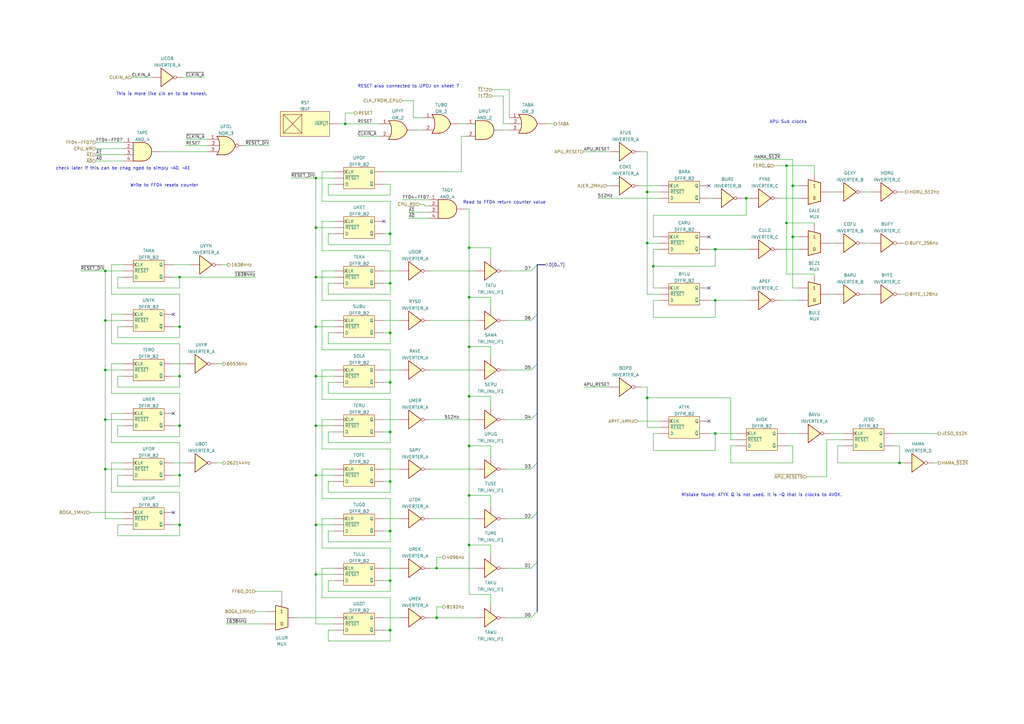
<source format=kicad_sch>
(kicad_sch (version 20211123) (generator eeschema)
  (paper "A3")
  (title_block (title "DMG CPU B") (date "2022-03-01") (rev "0") (company "CC-BY-SA-4.0 Régis Galland & Michael Singer -- Derived work from Furrtek") (comment 1 "https://github.com/msinger/dmg-schematics"))
  (junction (at 129.54 133.985))
  (junction (at 267.97 109.22))
  (junction (at 192.405 101.6))
  (junction (at 160.02 177.165))
  (junction (at 141.605 50.8))
  (junction (at 43.18 172.085))
  (junction (at 322.58 67.945))
  (junction (at 43.18 111.125))
  (junction (at 73.66 133.985))
  (junction (at 265.43 78.74))
  (junction (at 306.07 81.28))
  (junction (at 192.405 121.92))
  (junction (at 43.18 192.405))
  (junction (at 160.02 156.845))
  (junction (at 73.66 154.305))
  (junction (at 129.54 194.945))
  (junction (at 160.02 116.205))
  (junction (at 129.54 93.345))
  (junction (at 179.07 253.365))
  (junction (at 129.54 113.665))
  (junction (at 160.02 197.485))
  (junction (at 160.02 238.125))
  (junction (at 129.54 174.625))
  (junction (at 293.37 123.19))
  (junction (at 179.07 233.045))
  (junction (at 293.37 102.235))
  (junction (at 73.66 174.625))
  (junction (at 73.66 194.945))
  (junction (at 43.18 151.765))
  (junction (at 265.43 163.195))
  (junction (at 73.66 215.265))
  (junction (at 160.02 95.885))
  (junction (at 192.405 162.56))
  (junction (at 43.18 131.445))
  (junction (at 73.66 113.665))
  (junction (at 129.54 235.585))
  (junction (at 192.405 142.24))
  (junction (at 129.54 215.265))
  (junction (at 322.58 91.44))
  (junction (at 192.405 182.88))
  (junction (at 325.12 76.2))
  (junction (at 265.43 99.695))
  (junction (at 293.37 177.8))
  (junction (at 192.405 223.52))
  (junction (at 129.54 154.305))
  (junction (at 368.935 189.865))
  (junction (at 160.02 258.445))
  (junction (at 129.54 73.025))
  (junction (at 192.405 203.2))
  (junction (at 160.02 136.525))
  (junction (at 325.12 97.155))
  (junction (at 160.02 217.805))
  (no_connect (at 290.83 76.2))
  (no_connect (at 71.12 128.905))
  (no_connect (at 71.12 210.185))
  (no_connect (at 290.83 97.155))
  (no_connect (at 290.83 118.11))
  (no_connect (at 71.12 169.545))
  (no_connect (at 290.83 172.72))
  (no_connect (at 157.48 90.805))
  (bus_entry (at 217.805 172.085) (size 2.54 -2.54))
  (bus_entry (at 217.805 111.125) (size 2.54 -2.54))
  (bus_entry (at 217.805 192.405) (size 2.54 -2.54))
  (bus_entry (at 217.805 233.045) (size 2.54 -2.54))
  (bus_entry (at 217.805 131.445) (size 2.54 -2.54))
  (bus_entry (at 217.805 212.725) (size 2.54 -2.54))
  (bus_entry (at 217.805 253.365) (size 2.54 -2.54))
  (bus_entry (at 217.805 151.765) (size 2.54 -2.54))
  (wire (pts (xy 207.645 233.045) (xy 217.805 233.045)))
  (wire (pts (xy 201.295 106.045) (xy 201.295 101.6)))
  (wire (pts (xy 129.54 174.625) (xy 137.16 174.625)))
  (wire (pts (xy 160.02 217.805) (xy 157.48 217.805)))
  (wire (pts (xy 160.02 177.165) (xy 157.48 177.165)))
  (wire (pts (xy 265.43 78.74) (xy 265.43 99.695)))
  (wire (pts (xy 45.72 108.585) (xy 45.72 120.65)))
  (wire (pts (xy 201.93 39.37) (xy 206.375 39.37)))
  (wire (pts (xy 73.66 154.305) (xy 71.12 154.305)))
  (wire (pts (xy 71.12 108.585) (xy 78.105 108.585)))
  (wire (pts (xy 176.53 131.445) (xy 194.945 131.445)))
  (wire (pts (xy 45.72 128.905) (xy 45.72 140.97)))
  (wire (pts (xy 262.89 158.75) (xy 265.43 158.75)))
  (wire (pts (xy 134.62 197.485) (xy 137.16 197.485)))
  (wire (pts (xy 132.08 123.19) (xy 160.02 123.19)))
  (wire (pts (xy 132.08 212.725) (xy 137.16 212.725)))
  (wire (pts (xy 73.66 179.07) (xy 73.66 174.625)))
  (wire (pts (xy 39.37 66.04) (xy 50.8 66.04)))
  (wire (pts (xy 179.07 228.6) (xy 179.07 233.045)))
  (wire (pts (xy 325.12 76.2) (xy 327.66 76.2)))
  (wire (pts (xy 129.54 93.345) (xy 137.16 93.345)))
  (wire (pts (xy 43.18 131.445) (xy 50.8 131.445)))
  (wire (pts (xy 39.37 63.5) (xy 50.8 63.5)))
  (wire (pts (xy 73.66 174.625) (xy 71.12 174.625)))
  (wire (pts (xy 129.54 73.025) (xy 129.54 93.345)))
  (wire (pts (xy 121.92 253.365) (xy 137.16 253.365)))
  (wire (pts (xy 239.395 62.23) (xy 250.19 62.23)))
  (wire (pts (xy 160.02 143.51) (xy 160.02 156.845)))
  (wire (pts (xy 176.53 212.725) (xy 194.945 212.725)))
  (wire (pts (xy 134.62 100.33) (xy 160.02 100.33)))
  (wire (pts (xy 206.375 53.34) (xy 208.915 53.34)))
  (wire (pts (xy 157.48 192.405) (xy 163.83 192.405)))
  (wire (pts (xy 45.72 149.225) (xy 45.72 161.29)))
  (wire (pts (xy 354.965 78.74) (xy 357.505 78.74)))
  (wire (pts (xy 201.295 142.24) (xy 192.405 142.24)))
  (bus (pts (xy 220.345 108.585) (xy 223.52 108.585)))
  (wire (pts (xy 192.405 142.24) (xy 192.405 162.56)))
  (wire (pts (xy 245.11 81.28) (xy 270.51 81.28)))
  (wire (pts (xy 45.72 189.865) (xy 45.72 201.93)))
  (wire (pts (xy 110.49 59.69) (xy 100.33 59.69)))
  (wire (pts (xy 179.07 248.92) (xy 179.07 253.365)))
  (wire (pts (xy 354.965 99.695) (xy 357.505 99.695)))
  (wire (pts (xy 160.02 242.57) (xy 160.02 238.125)))
  (wire (pts (xy 207.645 151.765) (xy 217.805 151.765)))
  (wire (pts (xy 160.02 181.61) (xy 160.02 177.165)))
  (wire (pts (xy 192.405 203.2) (xy 192.405 223.52)))
  (wire (pts (xy 370.205 99.695) (xy 371.475 99.695)))
  (wire (pts (xy 334.01 71.12) (xy 334.01 67.945)))
  (wire (pts (xy 293.37 123.19) (xy 307.34 123.19)))
  (wire (pts (xy 299.72 163.195) (xy 265.43 163.195)))
  (wire (pts (xy 141.605 46.355) (xy 145.415 46.355)))
  (wire (pts (xy 366.395 182.88) (xy 368.935 182.88)))
  (wire (pts (xy 45.72 128.905) (xy 50.8 128.905)))
  (bus (pts (xy 220.345 210.185) (xy 220.345 189.865)))
  (wire (pts (xy 157.48 111.125) (xy 163.83 111.125)))
  (wire (pts (xy 132.08 184.15) (xy 160.02 184.15)))
  (wire (pts (xy 176.53 192.405) (xy 194.945 192.405)))
  (wire (pts (xy 134.62 181.61) (xy 160.02 181.61)))
  (wire (pts (xy 173.99 83.82) (xy 173.99 84.455)))
  (wire (pts (xy 132.08 151.765) (xy 132.08 163.83)))
  (wire (pts (xy 48.26 113.665) (xy 48.26 118.11)))
  (wire (pts (xy 208.915 50.8) (xy 206.375 50.8)))
  (wire (pts (xy 73.66 120.65) (xy 73.66 133.985)))
  (wire (pts (xy 299.72 180.34) (xy 299.72 163.195)))
  (wire (pts (xy 129.54 215.265) (xy 129.54 235.585)))
  (wire (pts (xy 290.83 102.235) (xy 293.37 102.235)))
  (wire (pts (xy 208.915 48.26) (xy 208.915 36.83)))
  (wire (pts (xy 88.9 149.225) (xy 91.44 149.225)))
  (wire (pts (xy 45.72 120.65) (xy 73.66 120.65)))
  (wire (pts (xy 325.12 97.155) (xy 327.66 97.155)))
  (wire (pts (xy 265.43 99.695) (xy 270.51 99.695)))
  (wire (pts (xy 73.66 199.39) (xy 73.66 194.945)))
  (wire (pts (xy 207.645 212.725) (xy 217.805 212.725)))
  (wire (pts (xy 132.08 82.55) (xy 160.02 82.55)))
  (wire (pts (xy 160.02 224.79) (xy 160.02 238.125)))
  (wire (pts (xy 157.48 70.485) (xy 189.23 70.485)))
  (wire (pts (xy 160.02 120.65) (xy 160.02 116.205)))
  (wire (pts (xy 73.66 133.985) (xy 71.12 133.985)))
  (wire (pts (xy 293.37 102.235) (xy 307.34 102.235)))
  (wire (pts (xy 192.405 223.52) (xy 192.405 243.84)))
  (wire (pts (xy 201.295 121.92) (xy 192.405 121.92)))
  (wire (pts (xy 322.58 91.44) (xy 322.58 112.395)))
  (wire (pts (xy 207.645 111.125) (xy 217.805 111.125)))
  (wire (pts (xy 137.16 177.165) (xy 134.62 177.165)))
  (wire (pts (xy 192.405 162.56) (xy 192.405 182.88)))
  (wire (pts (xy 165.1 41.275) (xy 169.545 41.275)))
  (wire (pts (xy 173.99 84.455) (xy 175.895 84.455)))
  (wire (pts (xy 129.54 113.665) (xy 137.16 113.665)))
  (wire (pts (xy 206.375 50.8) (xy 206.375 39.37)))
  (wire (pts (xy 322.58 67.945) (xy 322.58 91.44)))
  (wire (pts (xy 267.97 177.8) (xy 270.51 177.8)))
  (wire (pts (xy 134.62 262.89) (xy 160.02 262.89)))
  (wire (pts (xy 50.8 215.265) (xy 48.26 215.265)))
  (wire (pts (xy 192.405 85.725) (xy 192.405 101.6)))
  (wire (pts (xy 132.08 131.445) (xy 137.16 131.445)))
  (wire (pts (xy 129.54 154.305) (xy 129.54 174.625)))
  (wire (pts (xy 137.16 258.445) (xy 134.62 258.445)))
  (bus (pts (xy 220.345 250.825) (xy 220.345 230.505)))
  (wire (pts (xy 45.72 181.61) (xy 73.66 181.61)))
  (wire (pts (xy 137.16 172.085) (xy 132.08 172.085)))
  (wire (pts (xy 261.62 172.72) (xy 270.51 172.72)))
  (wire (pts (xy 48.26 154.305) (xy 48.26 158.75)))
  (wire (pts (xy 129.54 73.025) (xy 137.16 73.025)))
  (wire (pts (xy 157.48 233.045) (xy 163.83 233.045)))
  (wire (pts (xy 157.48 151.765) (xy 163.83 151.765)))
  (wire (pts (xy 141.605 50.8) (xy 155.575 50.8)))
  (wire (pts (xy 265.43 158.75) (xy 265.43 163.195)))
  (wire (pts (xy 299.72 182.88) (xy 302.26 182.88)))
  (wire (pts (xy 134.62 197.485) (xy 134.62 201.93)))
  (wire (pts (xy 137.16 116.205) (xy 134.62 116.205)))
  (wire (pts (xy 160.02 222.25) (xy 160.02 217.805)))
  (wire (pts (xy 201.295 223.52) (xy 192.405 223.52)))
  (wire (pts (xy 248.92 76.2) (xy 250.19 76.2)))
  (wire (pts (xy 179.07 228.6) (xy 181.61 228.6)))
  (wire (pts (xy 176.53 172.085) (xy 194.945 172.085)))
  (wire (pts (xy 167.64 86.995) (xy 175.895 86.995)))
  (wire (pts (xy 170.815 53.34) (xy 173.355 53.34)))
  (wire (pts (xy 134.62 177.165) (xy 134.62 181.61)))
  (wire (pts (xy 92.71 255.905) (xy 109.22 255.905)))
  (wire (pts (xy 129.54 133.985) (xy 137.16 133.985)))
  (wire (pts (xy 368.935 189.865) (xy 343.535 189.865)))
  (wire (pts (xy 201.295 162.56) (xy 192.405 162.56)))
  (wire (pts (xy 129.54 194.945) (xy 137.16 194.945)))
  (wire (pts (xy 160.02 82.55) (xy 160.02 95.885)))
  (wire (pts (xy 325.12 76.2) (xy 325.12 97.155)))
  (wire (pts (xy 368.935 189.865) (xy 370.205 189.865)))
  (wire (pts (xy 73.66 194.945) (xy 71.12 194.945)))
  (wire (pts (xy 167.64 89.535) (xy 175.895 89.535)))
  (wire (pts (xy 270.51 97.155) (xy 267.97 97.155)))
  (wire (pts (xy 134.62 136.525) (xy 134.62 140.97)))
  (wire (pts (xy 129.54 113.665) (xy 129.54 133.985)))
  (wire (pts (xy 176.53 233.045) (xy 179.07 233.045)))
  (wire (pts (xy 43.18 192.405) (xy 50.8 192.405)))
  (wire (pts (xy 45.72 140.97) (xy 73.66 140.97)))
  (wire (pts (xy 73.66 219.71) (xy 73.66 215.265)))
  (wire (pts (xy 267.97 184.785) (xy 267.97 177.8)))
  (wire (pts (xy 129.54 235.585) (xy 137.16 235.585)))
  (wire (pts (xy 132.08 204.47) (xy 160.02 204.47)))
  (wire (pts (xy 309.245 65.405) (xy 325.12 65.405)))
  (wire (pts (xy 132.08 192.405) (xy 132.08 204.47)))
  (wire (pts (xy 192.405 121.92) (xy 192.405 142.24)))
  (wire (pts (xy 73.66 181.61) (xy 73.66 194.945)))
  (wire (pts (xy 134.62 242.57) (xy 160.02 242.57)))
  (wire (pts (xy 129.54 174.625) (xy 129.54 194.945)))
  (wire (pts (xy 290.83 177.8) (xy 293.37 177.8)))
  (wire (pts (xy 160.02 163.83) (xy 160.02 177.165)))
  (wire (pts (xy 134.62 217.805) (xy 137.16 217.805)))
  (wire (pts (xy 265.43 163.195) (xy 265.43 175.26)))
  (wire (pts (xy 129.54 255.905) (xy 137.16 255.905)))
  (wire (pts (xy 160.02 95.885) (xy 157.48 95.885)))
  (wire (pts (xy 192.405 182.88) (xy 192.405 203.2)))
  (wire (pts (xy 132.08 245.11) (xy 160.02 245.11)))
  (wire (pts (xy 132.08 70.485) (xy 137.16 70.485)))
  (wire (pts (xy 45.72 201.93) (xy 73.66 201.93)))
  (wire (pts (xy 325.12 118.11) (xy 327.66 118.11)))
  (wire (pts (xy 43.18 151.765) (xy 50.8 151.765)))
  (wire (pts (xy 45.72 189.865) (xy 50.8 189.865)))
  (wire (pts (xy 129.54 154.305) (xy 137.16 154.305)))
  (wire (pts (xy 132.08 172.085) (xy 132.08 184.15)))
  (wire (pts (xy 267.97 88.265) (xy 267.97 97.155)))
  (wire (pts (xy 157.48 131.445) (xy 163.83 131.445)))
  (bus (pts (xy 220.345 230.505) (xy 220.345 210.185)))
  (wire (pts (xy 267.97 109.22) (xy 267.97 118.11)))
  (wire (pts (xy 132.08 192.405) (xy 137.16 192.405)))
  (wire (pts (xy 179.07 248.92) (xy 181.61 248.92)))
  (wire (pts (xy 160.02 201.93) (xy 160.02 197.485)))
  (wire (pts (xy 155.575 55.88) (xy 146.685 55.88)))
  (wire (pts (xy 172.085 83.82) (xy 173.99 83.82)))
  (wire (pts (xy 160.02 75.565) (xy 157.48 75.565)))
  (wire (pts (xy 160.02 123.19) (xy 160.02 136.525)))
  (wire (pts (xy 188.595 50.8) (xy 191.135 50.8)))
  (wire (pts (xy 189.23 55.88) (xy 191.135 55.88)))
  (wire (pts (xy 73.66 161.29) (xy 73.66 174.625)))
  (wire (pts (xy 302.26 180.34) (xy 299.72 180.34)))
  (wire (pts (xy 267.97 102.235) (xy 267.97 109.22)))
  (wire (pts (xy 290.83 123.19) (xy 293.37 123.19)))
  (wire (pts (xy 265.43 78.74) (xy 270.51 78.74)))
  (wire (pts (xy 270.51 118.11) (xy 267.97 118.11)))
  (wire (pts (xy 340.36 78.74) (xy 342.265 78.74)))
  (wire (pts (xy 239.395 158.75) (xy 250.19 158.75)))
  (wire (pts (xy 176.53 111.125) (xy 194.945 111.125)))
  (wire (pts (xy 48.26 133.985) (xy 50.8 133.985)))
  (wire (pts (xy 132.08 143.51) (xy 160.02 143.51)))
  (wire (pts (xy 132.08 163.83) (xy 160.02 163.83)))
  (wire (pts (xy 179.07 253.365) (xy 194.945 253.365)))
  (wire (pts (xy 325.12 65.405) (xy 325.12 76.2)))
  (wire (pts (xy 53.975 31.75) (xy 62.23 31.75)))
  (wire (pts (xy 73.66 158.75) (xy 73.66 154.305)))
  (wire (pts (xy 134.62 95.885) (xy 134.62 100.33)))
  (wire (pts (xy 265.43 175.26) (xy 270.51 175.26)))
  (wire (pts (xy 343.535 189.865) (xy 343.535 182.88)))
  (wire (pts (xy 134.62 75.565) (xy 137.16 75.565)))
  (wire (pts (xy 160.02 184.15) (xy 160.02 197.485)))
  (wire (pts (xy 262.89 62.23) (xy 265.43 62.23)))
  (wire (pts (xy 129.54 93.345) (xy 129.54 113.665)))
  (wire (pts (xy 192.405 101.6) (xy 192.405 121.92)))
  (wire (pts (xy 160.02 204.47) (xy 160.02 217.805)))
  (wire (pts (xy 334.01 113.03) (xy 334.01 112.395)))
  (wire (pts (xy 48.26 118.11) (xy 73.66 118.11)))
  (wire (pts (xy 73.66 118.11) (xy 73.66 113.665)))
  (wire (pts (xy 73.66 113.665) (xy 71.12 113.665)))
  (wire (pts (xy 48.26 113.665) (xy 50.8 113.665)))
  (wire (pts (xy 90.805 108.585) (xy 93.345 108.585)))
  (wire (pts (xy 334.01 67.945) (xy 322.58 67.945)))
  (wire (pts (xy 366.395 177.8) (xy 384.81 177.8)))
  (wire (pts (xy 320.04 81.28) (xy 327.66 81.28)))
  (wire (pts (xy 45.72 108.585) (xy 50.8 108.585)))
  (wire (pts (xy 265.43 99.695) (xy 265.43 120.65)))
  (wire (pts (xy 157.48 172.085) (xy 163.83 172.085)))
  (wire (pts (xy 48.26 219.71) (xy 73.66 219.71)))
  (wire (pts (xy 134.62 116.205) (xy 134.62 120.65)))
  (wire (pts (xy 179.07 233.045) (xy 194.945 233.045)))
  (wire (pts (xy 201.295 227.965) (xy 201.295 223.52)))
  (wire (pts (xy 134.62 120.65) (xy 160.02 120.65)))
  (bus (pts (xy 220.345 169.545) (xy 220.345 149.225)))
  (wire (pts (xy 160.02 238.125) (xy 157.48 238.125)))
  (wire (pts (xy 201.295 101.6) (xy 192.405 101.6)))
  (wire (pts (xy 370.205 120.65) (xy 371.475 120.65)))
  (wire (pts (xy 160.02 140.97) (xy 160.02 136.525)))
  (wire (pts (xy 134.62 217.805) (xy 134.62 222.25)))
  (wire (pts (xy 370.205 78.74) (xy 371.475 78.74)))
  (wire (pts (xy 129.54 215.265) (xy 137.16 215.265)))
  (wire (pts (xy 132.08 70.485) (xy 132.08 82.55)))
  (wire (pts (xy 160.02 116.205) (xy 157.48 116.205)))
  (wire (pts (xy 160.02 100.33) (xy 160.02 95.885)))
  (wire (pts (xy 293.37 130.175) (xy 267.97 130.175)))
  (wire (pts (xy 293.37 184.785) (xy 267.97 184.785)))
  (wire (pts (xy 48.26 199.39) (xy 73.66 199.39)))
  (wire (pts (xy 48.26 194.945) (xy 48.26 199.39)))
  (wire (pts (xy 157.48 212.725) (xy 163.83 212.725)))
  (wire (pts (xy 71.12 149.225) (xy 76.2 149.225)))
  (wire (pts (xy 176.53 253.365) (xy 179.07 253.365)))
  (wire (pts (xy 176.53 151.765) (xy 194.945 151.765)))
  (wire (pts (xy 160.02 156.845) (xy 157.48 156.845)))
  (wire (pts (xy 293.37 177.8) (xy 302.26 177.8)))
  (wire (pts (xy 139.065 50.8) (xy 141.605 50.8)))
  (wire (pts (xy 50.8 194.945) (xy 48.26 194.945)))
  (wire (pts (xy 73.66 138.43) (xy 73.66 133.985)))
  (wire (pts (xy 160.02 80.01) (xy 160.02 75.565)))
  (wire (pts (xy 134.62 95.885) (xy 137.16 95.885)))
  (wire (pts (xy 137.16 136.525) (xy 134.62 136.525)))
  (wire (pts (xy 134.62 238.125) (xy 134.62 242.57)))
  (wire (pts (xy 306.07 81.28) (xy 307.34 81.28)))
  (wire (pts (xy 325.12 182.88) (xy 325.12 189.865)))
  (wire (pts (xy 45.72 169.545) (xy 45.72 181.61)))
  (wire (pts (xy 43.18 172.085) (xy 50.8 172.085)))
  (wire (pts (xy 201.295 146.685) (xy 201.295 142.24)))
  (wire (pts (xy 207.645 172.085) (xy 217.805 172.085)))
  (wire (pts (xy 317.5 67.945) (xy 322.58 67.945)))
  (wire (pts (xy 134.62 201.93) (xy 160.02 201.93)))
  (wire (pts (xy 191.135 85.725) (xy 192.405 85.725)))
  (wire (pts (xy 343.535 182.88) (xy 346.075 182.88)))
  (wire (pts (xy 45.72 169.545) (xy 50.8 169.545)))
  (wire (pts (xy 129.54 235.585) (xy 129.54 255.905)))
  (wire (pts (xy 132.08 151.765) (xy 137.16 151.765)))
  (wire (pts (xy 201.295 207.645) (xy 201.295 203.2)))
  (wire (pts (xy 43.18 131.445) (xy 43.18 151.765)))
  (wire (pts (xy 201.295 248.285) (xy 201.295 243.84)))
  (wire (pts (xy 43.18 212.725) (xy 50.8 212.725)))
  (wire (pts (xy 39.37 58.42) (xy 50.8 58.42)))
  (wire (pts (xy 43.18 111.125) (xy 43.18 131.445)))
  (wire (pts (xy 262.89 76.2) (xy 270.51 76.2)))
  (wire (pts (xy 134.62 161.29) (xy 160.02 161.29)))
  (wire (pts (xy 201.295 182.88) (xy 192.405 182.88)))
  (wire (pts (xy 339.09 180.34) (xy 346.075 180.34)))
  (wire (pts (xy 134.62 258.445) (xy 134.62 262.89)))
  (wire (pts (xy 48.26 158.75) (xy 73.66 158.75)))
  (wire (pts (xy 293.37 177.8) (xy 293.37 184.785)))
  (wire (pts (xy 325.12 97.155) (xy 325.12 118.11)))
  (wire (pts (xy 104.775 242.57) (xy 115.57 242.57)))
  (wire (pts (xy 265.43 62.23) (xy 265.43 78.74)))
  (wire (pts (xy 293.37 102.235) (xy 293.37 109.22)))
  (wire (pts (xy 207.645 131.445) (xy 217.805 131.445)))
  (wire (pts (xy 325.12 189.865) (xy 299.72 189.865)))
  (wire (pts (xy 267.97 123.19) (xy 270.51 123.19)))
  (wire (pts (xy 137.16 238.125) (xy 134.62 238.125)))
  (wire (pts (xy 132.08 224.79) (xy 160.02 224.79)))
  (wire (pts (xy 160.02 262.89) (xy 160.02 258.445)))
  (wire (pts (xy 137.16 156.845) (xy 134.62 156.845)))
  (wire (pts (xy 207.645 192.405) (xy 217.805 192.405)))
  (wire (pts (xy 306.07 81.28) (xy 306.07 88.265)))
  (wire (pts (xy 85.09 57.15) (xy 76.2 57.15)))
  (wire (pts (xy 340.36 177.8) (xy 346.075 177.8)))
  (wire (pts (xy 201.295 203.2) (xy 192.405 203.2)))
  (wire (pts (xy 134.62 75.565) (xy 134.62 80.01)))
  (wire (pts (xy 50.8 174.625) (xy 48.26 174.625)))
  (wire (pts (xy 48.26 179.07) (xy 73.66 179.07)))
  (wire (pts (xy 134.62 156.845) (xy 134.62 161.29)))
  (wire (pts (xy 132.08 212.725) (xy 132.08 224.79)))
  (wire (pts (xy 141.605 50.8) (xy 141.605 46.355)))
  (wire (pts (xy 76.2 59.69) (xy 85.09 59.69)))
  (wire (pts (xy 293.37 123.19) (xy 293.37 130.175)))
  (wire (pts (xy 160.02 197.485) (xy 157.48 197.485)))
  (wire (pts (xy 132.08 233.045) (xy 132.08 245.11)))
  (wire (pts (xy 160.02 258.445) (xy 157.48 258.445)))
  (wire (pts (xy 267.97 102.235) (xy 270.51 102.235)))
  (wire (pts (xy 201.295 126.365) (xy 201.295 121.92)))
  (wire (pts (xy 299.72 189.865) (xy 299.72 182.88)))
  (wire (pts (xy 73.66 113.665) (xy 104.775 113.665)))
  (wire (pts (xy 132.08 102.87) (xy 160.02 102.87)))
  (wire (pts (xy 48.26 138.43) (xy 73.66 138.43)))
  (wire (pts (xy 45.72 149.225) (xy 50.8 149.225)))
  (wire (pts (xy 334.01 112.395) (xy 322.58 112.395)))
  (wire (pts (xy 368.935 182.88) (xy 368.935 189.865)))
  (wire (pts (xy 129.54 133.985) (xy 129.54 154.305)))
  (wire (pts (xy 104.775 250.825) (xy 109.22 250.825)))
  (wire (pts (xy 73.66 215.265) (xy 71.12 215.265)))
  (wire (pts (xy 169.545 41.275) (xy 169.545 48.26)))
  (wire (pts (xy 382.905 189.865) (xy 384.81 189.865)))
  (wire (pts (xy 115.57 242.57) (xy 115.57 245.745)))
  (bus (pts (xy 220.345 189.865) (xy 220.345 169.545)))
  (wire (pts (xy 339.09 180.34) (xy 339.09 195.58)))
  (wire (pts (xy 132.08 111.125) (xy 132.08 123.19)))
  (wire (pts (xy 334.01 91.44) (xy 322.58 91.44)))
  (wire (pts (xy 157.48 253.365) (xy 163.83 253.365)))
  (wire (pts (xy 340.36 120.65) (xy 342.265 120.65)))
  (wire (pts (xy 74.93 31.75) (xy 83.82 31.75)))
  (wire (pts (xy 160.02 136.525) (xy 157.48 136.525)))
  (wire (pts (xy 267.97 88.265) (xy 306.07 88.265)))
  (wire (pts (xy 132.08 90.805) (xy 137.16 90.805)))
  (wire (pts (xy 160.02 161.29) (xy 160.02 156.845)))
  (wire (pts (xy 189.23 70.485) (xy 189.23 55.88)))
  (wire (pts (xy 43.18 172.085) (xy 43.18 192.405)))
  (wire (pts (xy 71.12 189.865) (xy 76.2 189.865)))
  (wire (pts (xy 354.965 120.65) (xy 357.505 120.65)))
  (wire (pts (xy 132.08 233.045) (xy 137.16 233.045)))
  (wire (pts (xy 36.83 210.185) (xy 50.8 210.185)))
  (wire (pts (xy 160.02 245.11) (xy 160.02 258.445)))
  (wire (pts (xy 73.66 201.93) (xy 73.66 215.265)))
  (wire (pts (xy 119.38 73.025) (xy 129.54 73.025)))
  (wire (pts (xy 132.08 111.125) (xy 137.16 111.125)))
  (wire (pts (xy 134.62 80.01) (xy 160.02 80.01)))
  (wire (pts (xy 48.26 215.265) (xy 48.26 219.71)))
  (wire (pts (xy 50.8 154.305) (xy 48.26 154.305)))
  (wire (pts (xy 73.66 140.97) (xy 73.66 154.305)))
  (wire (pts (xy 45.72 161.29) (xy 73.66 161.29)))
  (wire (pts (xy 165.1 81.915) (xy 175.895 81.915)))
  (wire (pts (xy 43.18 192.405) (xy 43.18 212.725)))
  (bus (pts (xy 220.345 149.225) (xy 220.345 128.905)))
  (wire (pts (xy 293.37 109.22) (xy 267.97 109.22)))
  (wire (pts (xy 192.405 243.84) (xy 201.295 243.84)))
  (wire (pts (xy 201.295 187.325) (xy 201.295 182.88)))
  (wire (pts (xy 48.26 174.625) (xy 48.26 179.07)))
  (wire (pts (xy 48.26 133.985) (xy 48.26 138.43)))
  (wire (pts (xy 43.18 111.125) (xy 50.8 111.125)))
  (wire (pts (xy 334.01 92.075) (xy 334.01 91.44)))
  (wire (pts (xy 267.97 130.175) (xy 267.97 123.19)))
  (wire (pts (xy 207.645 253.365) (xy 217.805 253.365)))
  (wire (pts (xy 304.8 81.28) (xy 306.07 81.28)))
  (wire (pts (xy 132.08 90.805) (xy 132.08 102.87)))
  (wire (pts (xy 224.155 50.8) (xy 227.33 50.8)))
  (wire (pts (xy 330.835 195.58) (xy 339.09 195.58)))
  (bus (pts (xy 220.345 128.905) (xy 220.345 108.585)))
  (wire (pts (xy 132.08 131.445) (xy 132.08 143.51)))
  (wire (pts (xy 88.9 189.865) (xy 91.44 189.865)))
  (wire (pts (xy 201.93 36.83) (xy 208.915 36.83)))
  (wire (pts (xy 134.62 140.97) (xy 160.02 140.97)))
  (wire (pts (xy 134.62 222.25) (xy 160.02 222.25)))
  (wire (pts (xy 169.545 48.26) (xy 173.355 48.26)))
  (wire (pts (xy 322.58 177.8) (xy 327.66 177.8)))
  (wire (pts (xy 33.02 111.125) (xy 43.18 111.125)))
  (wire (pts (xy 320.04 102.235) (xy 327.66 102.235)))
  (wire (pts (xy 290.83 81.28) (xy 292.1 81.28)))
  (wire (pts (xy 201.295 167.005) (xy 201.295 162.56)))
  (wire (pts (xy 322.58 182.88) (xy 325.12 182.88)))
  (wire (pts (xy 320.04 123.19) (xy 327.66 123.19)))
  (wire (pts (xy 265.43 120.65) (xy 270.51 120.65)))
  (wire (pts (xy 129.54 194.945) (xy 129.54 215.265)))
  (wire (pts (xy 66.04 62.23) (xy 85.09 62.23)))
  (wire (pts (xy 340.36 99.695) (xy 342.265 99.695)))
  (wire (pts (xy 43.18 151.765) (xy 43.18 172.085)))
  (wire (pts (xy 160.02 102.87) (xy 160.02 116.205)))
  (wire (pts (xy 39.37 60.96) (xy 50.8 60.96)))
  (text "This is more like clk en to be honest." (at 47.625 39.37 0) (effects (font (size 1.27 1.27)) (justify left bottom)))
  (text "Mistake found: ATYK Q is not used. It is ~Q that is clocks to AVOK." (at 279.4 203.835 0) (effects (font (size 1.27 1.27)) (justify left bottom)))
  (text "Write to FF04 resets counter" (at 53.34 76.835 0) (effects (font (size 1.27 1.27)) (justify left bottom)))
  (text "check later if this can be chag nged to simply ~A0, ~A1" (at 22.86 69.85 0) (effects (font (size 1.27 1.27)) (justify left bottom)))
  (text "APU Sub clocks" (at 315.595 50.8 0) (effects (font (size 1.27 1.27)) (justify left bottom)))
  (text "RESET also connected to UPOJ on sheet 7" (at 146.685 36.195 0) (effects (font (size 1.27 1.27)) (justify left bottom)))
  (text "Read to FF04 return counter value" (at 189.865 83.82 0) (effects (font (size 1.27 1.27)) (justify left bottom)))
  (label "D1" (at 217.805 233.045 180))
  (label "RESET" (at 76.2 59.69 0))
  (label "FF04-FF07" (at 165.1 81.915 0))
  (label "D0" (at 217.805 253.365 180))
  (label "FF04-FF07" (at 39.37 58.42 0))
  (label "~{A0}" (at 167.64 89.535 0))
  (label "~{RESET_DIV}" (at 33.02 111.125 0))
  (label "CLKIN_A" (at 53.975 31.75 0))
  (label "~{16384Hz}" (at 104.775 113.665 180))
  (label "APU_RESET" (at 239.395 62.23 0))
  (label "~{A0}" (at 39.37 66.04 0))
  (label "512Hz" (at 182.245 172.085 0))
  (label "~{RESET_DIV}" (at 119.38 73.025 0))
  (label "HAMA_~{512K}" (at 309.245 65.405 0))
  (label "RESET" (at 146.685 50.8 0))
  (label "~{CLKIN_A}" (at 83.82 31.75 180))
  (label "D4" (at 217.805 172.085 180))
  (label "~{CLKIN_A}" (at 76.2 57.15 0))
  (label "~{RESET_DIV}" (at 110.49 59.69 180))
  (label "~{A1}" (at 39.37 63.5 0))
  (label "~{A1}" (at 167.64 86.995 0))
  (label "D6" (at 217.805 131.445 180))
  (label "APU_RESET" (at 239.395 158.75 0))
  (label "D2" (at 217.805 212.725 180))
  (label "D5" (at 217.805 151.765 180))
  (label "~{16384Hz}" (at 92.71 255.905 0))
  (label "D7" (at 217.805 111.125 180))
  (label "512Hz" (at 245.11 81.28 0))
  (label "D3" (at 217.805 192.405 180))
  (label "~{CLKIN_A}" (at 146.685 55.88 0))
  (hierarchical_label "8192Hz" (shape output) (at 181.61 248.92 0))
  (hierarchical_label "FF60_D1" (shape input) (at 104.775 242.57 180))
  (hierarchical_label "AJER_2MHz" (shape input) (at 248.92 76.2 180))
  (hierarchical_label "FERO_Q" (shape input) (at 317.5 67.945 180))
  (hierarchical_label "4096Hz" (shape output) (at 181.61 228.6 0))
  (hierarchical_label "~{T1}T2" (shape input) (at 201.93 36.83 180))
  (hierarchical_label "16384Hz" (shape output) (at 93.345 108.585 0))
  (hierarchical_label "FF04-FF07" (shape input) (at 39.37 58.42 180))
  (hierarchical_label "ARYF_4MHz" (shape input) (at 261.62 172.72 180))
  (hierarchical_label "262144Hz" (shape output) (at 91.44 189.865 0))
  (hierarchical_label "CLKIN_A" (shape input) (at 53.975 31.75 180))
  (hierarchical_label "HAMA_~{512K}" (shape output) (at 384.81 189.865 0))
  (hierarchical_label "~{A1}" (shape input) (at 39.37 63.5 180))
  (hierarchical_label "TABA" (shape output) (at 227.33 50.8 0))
  (hierarchical_label "BOGA_1MHz" (shape input) (at 36.83 210.185 180))
  (hierarchical_label "CLK_FROM_CPU" (shape input) (at 165.1 41.275 180))
  (hierarchical_label "~{APU_RESET5}" (shape input) (at 330.835 195.58 180))
  (hierarchical_label "BUFY_256Hz" (shape output) (at 371.475 99.695 0))
  (hierarchical_label "JESO_512K" (shape output) (at 384.81 177.8 0))
  (hierarchical_label "T1~{T2}" (shape input) (at 201.93 39.37 180))
  (hierarchical_label "~{A0}" (shape input) (at 39.37 66.04 180))
  (hierarchical_label "D[0..7]" (shape bidirectional) (at 223.52 108.585 0))
  (hierarchical_label "RESET" (shape output) (at 145.415 46.355 0))
  (hierarchical_label "BOGA_1MHz" (shape input) (at 104.775 250.825 180))
  (hierarchical_label "CPU_RD" (shape input) (at 172.085 83.82 180))
  (hierarchical_label "APU_RESET" (shape input) (at 239.395 62.23 180))
  (hierarchical_label "65536Hz" (shape output) (at 91.44 149.225 0))
  (hierarchical_label "HORU_512Hz" (shape output) (at 371.475 78.74 0))
  (hierarchical_label "BYFE_128Hz" (shape output) (at 371.475 120.65 0))
  (hierarchical_label "CPU_WR" (shape input) (at 39.37 60.96 180))
  (symbol (lib_name "TRI_INV_IF1_3") (lib_id "DMG_CPU_Cells:TRI_INV_IF1") (at 201.295 212.725 0) (unit 1)
    (property "Reference" "TUME" (at 201.295 218.6845 0))
    (property "Value" "TRI_INV_IF1" (at 201.295 221.4596 0))
    (property "Datasheet" "http://iceboy.a-singer.de/doc/dmg_cells.html#tri_inv" (effects hide))
  )
  (symbol (lib_id "DMG_CPU_Cells:INVERTER_C") (at 363.855 99.695 0) (unit 1)
    (property "Reference" "BUFY" (at 363.855 91.9185 0))
    (property "Value" "INVERTER_C" (at 363.855 94.6936 0))
    (property "Datasheet" "http://iceboy.a-singer.de/doc/dmg_cells.html#inv_c" (effects hide))
  )
  (symbol (lib_id "DMG_CPU_Cells:INVERTER_C") (at 313.69 102.235 0) (unit 1)
    (property "Reference" "CULO" (at 313.69 94.4585 0))
    (property "Value" "INVERTER_C" (at 313.69 97.2336 0))
    (property "Datasheet" "http://iceboy.a-singer.de/doc/dmg_cells.html#inv_c" (effects hide))
  )
  (symbol (lib_id "DMG_CPU_Cells:OR_2") (at 180.975 50.8 0) (unit 1)
    (property "Reference" "TUBO" (at 180.9748 43.0235 0))
    (property "Value" "OR_2" (at 180.9748 45.7986 0))
    (property "Datasheet" "http://iceboy.a-singer.de/doc/dmg_cells.html#or2" (effects hide))
  )
  (symbol (lib_id "DMG_CPU_Cells:DFFR_B2") (at 147.32 215.265 0) (unit 1)
    (property "Reference" "TUGO" (at 147.32 206.9805 0))
    (property "Value" "DFFR_B2" (at 147.32 209.7556 0))
    (property "Datasheet" "http://iceboy.a-singer.de/doc/dmg_cells.html#dffr_b2" (effects hide))
  )
  (symbol (lib_id "DMG_CPU_Cells:MUX") (at 115.57 253.365 0) (unit 1)
    (property "Reference" "ULUR" (at 115.57 261.62 0))
    (property "Value" "MUX" (at 115.57 264.16 0))
    (property "Datasheet" "http://iceboy.a-singer.de/doc/dmg_cells.html#mux" (effects hide))
  )
  (symbol (lib_id "DMG_CPU_Cells:INVERTER_A") (at 256.54 76.2 0) (unit 1)
    (property "Reference" "COKE" (at 256.54 68.4235 0))
    (property "Value" "INVERTER_A" (at 256.54 71.1986 0))
    (property "Datasheet" "http://iceboy.a-singer.de/doc/dmg_cells.html#inv_a" (effects hide))
  )
  (symbol (lib_id "DMG_CPU_Cells:AND_4") (at 58.42 62.23 0) (unit 1)
    (property "Reference" "TAPE" (at 58.42 54.4535 0))
    (property "Value" "AND_4" (at 58.42 57.2286 0))
    (property "Datasheet" "http://iceboy.a-singer.de/doc/dmg_cells.html#and4" (effects hide))
  )
  (symbol (lib_id "DMG_CPU_Cells:DFFR_B2") (at 60.96 151.765 0) (unit 1)
    (property "Reference" "TERO" (at 60.96 143.4805 0))
    (property "Value" "DFFR_B2" (at 60.96 146.2556 0))
    (property "Datasheet" "http://iceboy.a-singer.de/doc/dmg_cells.html#dffr_b2" (effects hide))
  )
  (symbol (lib_id "DMG_CPU_Cells:OR_2") (at 163.195 53.34 0) (unit 1)
    (property "Reference" "UPYF" (at 163.1948 45.5635 0))
    (property "Value" "OR_2" (at 163.1948 48.3386 0))
    (property "Datasheet" "http://iceboy.a-singer.de/doc/dmg_cells.html#or2" (effects hide))
  )
  (symbol (lib_name "TRI_INV_IF1_2") (lib_id "DMG_CPU_Cells:TRI_INV_IF1") (at 201.295 233.045 0) (unit 1)
    (property "Reference" "TAKU" (at 201.295 239.0045 0))
    (property "Value" "TRI_INV_IF1" (at 201.295 241.7796 0))
    (property "Datasheet" "http://iceboy.a-singer.de/doc/dmg_cells.html#tri_inv" (effects hide))
  )
  (symbol (lib_id "DMG_CPU_Cells:INVERTER_C") (at 313.69 81.28 0) (unit 1)
    (property "Reference" "FYNE" (at 313.69 73.5035 0))
    (property "Value" "INVERTER_C" (at 313.69 76.2786 0))
    (property "Datasheet" "http://iceboy.a-singer.de/doc/dmg_cells.html#inv_c" (effects hide))
  )
  (symbol (lib_id "DMG_CPU_Cells:DFFR_B2") (at 147.32 73.025 0) (unit 1)
    (property "Reference" "UPOF" (at 147.32 64.7405 0))
    (property "Value" "DFFR_B2" (at 147.32 67.5156 0))
    (property "Datasheet" "http://iceboy.a-singer.de/doc/dmg_cells.html#dffr_b2" (effects hide))
  )
  (symbol (lib_name "TRI_INV_IF1_1") (lib_id "DMG_CPU_Cells:TRI_INV_IF1") (at 201.295 253.365 0) (unit 1)
    (property "Reference" "TAWU" (at 201.295 259.3245 0))
    (property "Value" "TRI_INV_IF1" (at 201.295 262.0996 0))
    (property "Datasheet" "http://iceboy.a-singer.de/doc/dmg_cells.html#tri_inv" (effects hide))
  )
  (symbol (lib_id "DMG_CPU_Cells:INVERTER_A") (at 170.18 111.125 0) (unit 1)
    (property "Reference" "UDOR" (at 170.18 103.3485 0))
    (property "Value" "INVERTER_A" (at 170.18 106.1236 0))
    (property "Datasheet" "http://iceboy.a-singer.de/doc/dmg_cells.html#inv_a" (effects hide))
  )
  (symbol (lib_id "DMG_CPU_Cells:DFFR_B2") (at 280.67 78.74 0) (unit 1)
    (property "Reference" "BARA" (at 280.67 70.4555 0))
    (property "Value" "DFFR_B2" (at 280.67 73.2306 0))
    (property "Datasheet" "http://iceboy.a-singer.de/doc/dmg_cells.html#dffr_b2" (effects hide))
  )
  (symbol (lib_id "DMG_CPU_Cells:INVERTER_A") (at 170.18 192.405 0) (unit 1)
    (property "Reference" "SAPY" (at 170.18 184.6285 0))
    (property "Value" "INVERTER_A" (at 170.18 187.4036 0))
    (property "Datasheet" "http://iceboy.a-singer.de/doc/dmg_cells.html#inv_a" (effects hide))
  )
  (symbol (lib_id "DMG_CPU_Cells:INVERTER_B") (at 348.615 99.695 0) (unit 1)
    (property "Reference" "COFU" (at 348.615 91.9185 0))
    (property "Value" "INVERTER_B" (at 348.615 94.6936 0))
    (property "Datasheet" "http://iceboy.a-singer.de/doc/dmg_cells.html#inv_b" (effects hide))
  )
  (symbol (lib_id "DMG_CPU_Cells:INVERTER_D") (at 376.555 189.865 0) (unit 1)
    (property "Reference" "HAMA" (at 376.555 182.0885 0))
    (property "Value" "INVERTER_D" (at 376.555 184.8636 0))
    (property "Datasheet" "http://iceboy.a-singer.de/doc/dmg_cells.html#inv_d" (effects hide))
  )
  (symbol (lib_id "DMG_CPU_Cells:INVERTER_A") (at 170.18 172.085 0) (unit 1)
    (property "Reference" "UMER" (at 170.18 164.3085 0))
    (property "Value" "INVERTER_A" (at 170.18 167.0836 0))
    (property "Datasheet" "http://iceboy.a-singer.de/doc/dmg_cells.html#inv_a" (effects hide))
  )
  (symbol (lib_id "DMG_CPU_Cells:DFFR_B2") (at 147.32 93.345 0) (unit 1)
    (property "Reference" "UKET" (at 147.32 85.0605 0))
    (property "Value" "DFFR_B2" (at 147.32 87.8356 0))
    (property "Datasheet" "http://iceboy.a-singer.de/doc/dmg_cells.html#dffr_b2" (effects hide))
  )
  (symbol (lib_id "DMG_CPU_Cells:INVERTER_A") (at 256.54 158.75 0) (unit 1)
    (property "Reference" "BOPO" (at 256.54 150.9735 0))
    (property "Value" "INVERTER_A" (at 256.54 153.7486 0))
    (property "Datasheet" "http://iceboy.a-singer.de/doc/dmg_cells.html#inv_a" (effects hide))
  )
  (symbol (lib_id "DMG_CPU_Cells:DFFR_B2") (at 60.96 212.725 0) (unit 1)
    (property "Reference" "UKUP" (at 60.96 204.4405 0))
    (property "Value" "DFFR_B2" (at 60.96 207.2156 0))
    (property "Datasheet" "http://iceboy.a-singer.de/doc/dmg_cells.html#dffr_b2" (effects hide))
  )
  (symbol (lib_id "DMG_CPU_Cells:DFFR_B2") (at 312.42 180.34 0) (unit 1)
    (property "Reference" "AVOK" (at 312.42 172.0555 0))
    (property "Value" "DFFR_B2" (at 312.42 174.8306 0))
    (property "Datasheet" "http://iceboy.a-singer.de/doc/dmg_cells.html#dffr_b2" (effects hide))
  )
  (symbol (lib_name "MUX_3") (lib_id "DMG_CPU_Cells:MUX") (at 334.01 78.74 0) (unit 1)
    (property "Reference" "GALE" (at 334.01 86.36 0))
    (property "Value" "MUX" (at 334.01 88.9 0))
    (property "Datasheet" "http://iceboy.a-singer.de/doc/dmg_cells.html#mux" (effects hide))
  )
  (symbol (lib_id "DMG_CPU_Cells:INVERTER_A") (at 170.18 212.725 0) (unit 1)
    (property "Reference" "UTOK" (at 170.18 204.9485 0))
    (property "Value" "INVERTER_A" (at 170.18 207.7236 0))
    (property "Datasheet" "http://iceboy.a-singer.de/doc/dmg_cells.html#inv_a" (effects hide))
  )
  (symbol (lib_id "DMG_CPU_Cells:DFFR_B2") (at 356.235 180.34 0) (unit 1)
    (property "Reference" "JESO" (at 356.235 172.0555 0))
    (property "Value" "DFFR_B2" (at 356.235 174.8306 0))
    (property "Datasheet" "http://iceboy.a-singer.de/doc/dmg_cells.html#dffr_b2" (effects hide))
  )
  (symbol (lib_id "DMG_CPU_Cells:DFFR_B2") (at 60.96 131.445 0) (unit 1)
    (property "Reference" "UNYK" (at 60.96 123.1605 0))
    (property "Value" "DFFR_B2" (at 60.96 125.9356 0))
    (property "Datasheet" "http://iceboy.a-singer.de/doc/dmg_cells.html#dffr_b2" (effects hide))
  )
  (symbol (lib_name "TRI_INV_IF1_6") (lib_id "DMG_CPU_Cells:TRI_INV_IF1") (at 201.295 131.445 0) (unit 1)
    (property "Reference" "SAWA" (at 201.295 137.4045 0))
    (property "Value" "TRI_INV_IF1" (at 201.295 140.1796 0))
    (property "Datasheet" "http://iceboy.a-singer.de/doc/dmg_cells.html#tri_inv" (effects hide))
  )
  (symbol (lib_id "DMG_CPU_Cells:DFFR_B2") (at 280.67 175.26 0) (unit 1)
    (property "Reference" "ATYK" (at 280.67 166.9755 0))
    (property "Value" "DFFR_B2" (at 280.67 169.7506 0))
    (property "Datasheet" "http://iceboy.a-singer.de/doc/dmg_cells.html#dffr_b2" (effects hide))
  )
  (symbol (lib_id "DMG_CPU_Cells:INVERTER_A") (at 170.18 253.365 0) (unit 1)
    (property "Reference" "UMEK" (at 170.18 245.5885 0))
    (property "Value" "INVERTER_A" (at 170.18 248.3636 0))
    (property "Datasheet" "http://iceboy.a-singer.de/doc/dmg_cells.html#inv_a" (effects hide))
  )
  (symbol (lib_name "TRI_INV_IF1_7") (lib_id "DMG_CPU_Cells:TRI_INV_IF1") (at 201.295 111.125 0) (unit 1)
    (property "Reference" "TATU" (at 201.295 117.0845 0))
    (property "Value" "TRI_INV_IF1" (at 201.295 119.8596 0))
    (property "Datasheet" "http://iceboy.a-singer.de/doc/dmg_cells.html#tri_inv" (effects hide))
  )
  (symbol (lib_id "DMG_CPU_Cells:INVERTER_C") (at 363.855 78.74 0) (unit 1)
    (property "Reference" "HORU" (at 363.855 70.9635 0))
    (property "Value" "INVERTER_C" (at 363.855 73.7386 0))
    (property "Datasheet" "http://iceboy.a-singer.de/doc/dmg_cells.html#inv_c" (effects hide))
  )
  (symbol (lib_id "DMG_CPU_Cells:INVERTER_A") (at 334.01 177.8 0) (unit 1)
    (property "Reference" "BAVU" (at 334.01 170.0235 0))
    (property "Value" "INVERTER_A" (at 334.01 172.7986 0))
    (property "Datasheet" "http://iceboy.a-singer.de/doc/dmg_cells.html#inv_a" (effects hide))
  )
  (symbol (lib_id "DMG_CPU_Cells:INVERTER_B") (at 348.615 120.65 0) (unit 1)
    (property "Reference" "BARU" (at 348.615 112.8735 0))
    (property "Value" "INVERTER_B" (at 348.615 115.6486 0))
    (property "Datasheet" "http://iceboy.a-singer.de/doc/dmg_cells.html#inv_b" (effects hide))
  )
  (symbol (lib_id "DMG_CPU_Cells:DFFR_B2") (at 280.67 99.695 0) (unit 1)
    (property "Reference" "CARU" (at 280.67 91.4105 0))
    (property "Value" "DFFR_B2" (at 280.67 94.1856 0))
    (property "Datasheet" "http://iceboy.a-singer.de/doc/dmg_cells.html#dffr_b2" (effects hide))
  )
  (symbol (lib_id "DMG_CPU_Cells:DFFR_B2") (at 147.32 235.585 0) (unit 1)
    (property "Reference" "TULU" (at 147.32 227.3005 0))
    (property "Value" "DFFR_B2" (at 147.32 230.0756 0))
    (property "Datasheet" "http://iceboy.a-singer.de/doc/dmg_cells.html#dffr_b2" (effects hide))
  )
  (symbol (lib_id "DMG_CPU_Cells:INVERTER_A") (at 68.58 31.75 0) (unit 1)
    (property "Reference" "UCOB" (at 68.58 23.9735 0))
    (property "Value" "INVERTER_A" (at 68.58 26.7486 0))
    (property "Datasheet" "http://iceboy.a-singer.de/doc/dmg_cells.html#inv_a" (effects hide))
  )
  (symbol (lib_id "DMG_CPU_Cells:NOR_3") (at 92.71 59.69 0) (unit 1)
    (property "Reference" "UFOL" (at 92.7098 51.9135 0))
    (property "Value" "NOR_3" (at 92.7098 54.6886 0))
    (property "Datasheet" "http://iceboy.a-singer.de/doc/dmg_cells.html#nor3" (effects hide))
  )
  (symbol (lib_id "DMG_CPU_Cells:DFFR_B2") (at 280.67 120.65 0) (unit 1)
    (property "Reference" "BYLU" (at 280.67 112.3655 0))
    (property "Value" "DFFR_B2" (at 280.67 115.1406 0))
    (property "Datasheet" "http://iceboy.a-singer.de/doc/dmg_cells.html#dffr_b2" (effects hide))
  )
  (symbol (lib_name "TRI_INV_IF1_5") (lib_id "DMG_CPU_Cells:TRI_INV_IF1") (at 201.295 151.765 0) (unit 1)
    (property "Reference" "SEPU" (at 201.295 157.7245 0))
    (property "Value" "TRI_INV_IF1" (at 201.295 160.4996 0))
    (property "Datasheet" "http://iceboy.a-singer.de/doc/dmg_cells.html#tri_inv" (effects hide))
  )
  (symbol (lib_id "DMG_CPU_Cells:INVERTER_C") (at 363.855 120.65 0) (unit 1)
    (property "Reference" "BYFE" (at 363.855 112.8735 0))
    (property "Value" "INVERTER_C" (at 363.855 115.6486 0))
    (property "Datasheet" "http://iceboy.a-singer.de/doc/dmg_cells.html#inv_c" (effects hide))
  )
  (symbol (lib_name "MUX_2") (lib_id "DMG_CPU_Cells:MUX") (at 334.01 120.65 0) (unit 1)
    (property "Reference" "BULE" (at 334.01 128.27 0))
    (property "Value" "MUX" (at 334.01 130.81 0))
    (property "Datasheet" "http://iceboy.a-singer.de/doc/dmg_cells.html#mux" (effects hide))
  )
  (symbol (lib_id "DMG_CPU_Cells:INVERTER_B") (at 348.615 78.74 0) (unit 1)
    (property "Reference" "GEXY" (at 348.615 70.9635 0))
    (property "Value" "INVERTER_B" (at 348.615 73.7386 0))
    (property "Datasheet" "http://iceboy.a-singer.de/doc/dmg_cells.html#inv_b" (effects hide))
  )
  (symbol (lib_id "DMG_CPU_Cells:INVERTER_A") (at 82.55 189.865 0) (unit 1)
    (property "Reference" "UBOT" (at 82.55 182.0885 0))
    (property "Value" "INVERTER_A" (at 82.55 184.8636 0))
    (property "Datasheet" "http://iceboy.a-singer.de/doc/dmg_cells.html#inv_a" (effects hide))
  )
  (symbol (lib_id "DMG_CPU_Cells:INVERTER_A") (at 170.18 131.445 0) (unit 1)
    (property "Reference" "RYSO" (at 170.18 123.6685 0))
    (property "Value" "INVERTER_A" (at 170.18 126.4436 0))
    (property "Datasheet" "http://iceboy.a-singer.de/doc/dmg_cells.html#inv_a" (effects hide))
  )
  (symbol (lib_id "DMG_CPU_Cells:INVERTER_A") (at 170.18 151.765 0) (unit 1)
    (property "Reference" "RAVE" (at 170.18 143.9885 0))
    (property "Value" "INVERTER_A" (at 170.18 146.7636 0))
    (property "Datasheet" "http://iceboy.a-singer.de/doc/dmg_cells.html#inv_a" (effects hide))
  )
  (symbol (lib_id "DMG_CPU_Cells:DFFR_B2") (at 60.96 111.125 0) (unit 1)
    (property "Reference" "TAMA" (at 60.96 102.8405 0))
    (property "Value" "DFFR_B2" (at 60.96 105.6156 0))
    (property "Datasheet" "http://iceboy.a-singer.de/doc/dmg_cells.html#dffr_b2" (effects hide))
  )
  (symbol (lib_id "DMG_CPU_Cells:AND_2") (at 198.755 53.34 0) (unit 1)
    (property "Reference" "UNUT" (at 198.755 45.5635 0))
    (property "Value" "AND_2" (at 198.755 48.3386 0))
    (property "Datasheet" "http://iceboy.a-singer.de/doc/dmg_cells.html#and2" (effects hide))
  )
  (symbol (lib_id "DMG_CPU_Cells:AND_4") (at 183.515 85.725 0) (unit 1)
    (property "Reference" "TAGY" (at 183.515 77.9485 0))
    (property "Value" "AND_4" (at 183.515 80.7236 0))
    (property "Datasheet" "http://iceboy.a-singer.de/doc/dmg_cells.html#and4" (effects hide))
  )
  (symbol (lib_id "DMG_CPU_Cells:DFFR_B2") (at 147.32 194.945 0) (unit 1)
    (property "Reference" "TOFE" (at 147.32 186.6605 0))
    (property "Value" "DFFR_B2" (at 147.32 189.4356 0))
    (property "Datasheet" "http://iceboy.a-singer.de/doc/dmg_cells.html#dffr_b2" (effects hide))
  )
  (symbol (lib_id "DMG_CPU_Cells:DFFR_B2") (at 147.32 154.305 0) (unit 1)
    (property "Reference" "SOLA" (at 147.32 146.0205 0))
    (property "Value" "DFFR_B2" (at 147.32 148.7956 0))
    (property "Datasheet" "http://iceboy.a-singer.de/doc/dmg_cells.html#dffr_b2" (effects hide))
  )
  (symbol (lib_id "DMG_CPU_Cells:DFFR_B2") (at 147.32 255.905 0) (unit 1)
    (property "Reference" "UGOT" (at 147.32 247.6205 0))
    (property "Value" "DFFR_B2" (at 147.32 250.3956 0))
    (property "Datasheet" "http://iceboy.a-singer.de/doc/dmg_cells.html#dffr_b2" (effects hide))
  )
  (symbol (lib_id "DMG_CPU_Cells:OR_3") (at 216.535 50.8 0) (unit 1)
    (property "Reference" "TABA" (at 216.5348 43.0235 0))
    (property "Value" "OR_3" (at 216.5348 45.7986 0))
    (property "Datasheet" "http://iceboy.a-singer.de/doc/dmg_cells.html#or3" (effects hide))
  )
  (symbol (lib_id "DMG_CPU_Cells:INVERTER_A") (at 82.55 149.225 0) (unit 1)
    (property "Reference" "UVYR" (at 82.55 141.4485 0))
    (property "Value" "INVERTER_A" (at 82.55 144.2236 0))
    (property "Datasheet" "http://iceboy.a-singer.de/doc/dmg_cells.html#inv_a" (effects hide))
  )
  (symbol (lib_id "DMG_CPU_Cells:DFFR_B2") (at 60.96 172.085 0) (unit 1)
    (property "Reference" "UNER" (at 60.96 163.8005 0))
    (property "Value" "DFFR_B2" (at 60.96 166.5756 0))
    (property "Datasheet" "http://iceboy.a-singer.de/doc/dmg_cells.html#dffr_b2" (effects hide))
  )
  (symbol (lib_id "DMG_CPU_Cells:INVERTER_C") (at 313.69 123.19 0) (unit 1)
    (property "Reference" "APEF" (at 313.69 115.4135 0))
    (property "Value" "INVERTER_C" (at 313.69 118.1886 0))
    (property "Datasheet" "http://iceboy.a-singer.de/doc/dmg_cells.html#inv_c" (effects hide))
  )
  (symbol (lib_id "DMG_CPU_Cells:DFFR_B2") (at 60.96 192.405 0) (unit 1)
    (property "Reference" "UFOR" (at 60.96 184.1205 0))
    (property "Value" "DFFR_B2" (at 60.96 186.8956 0))
    (property "Datasheet" "http://iceboy.a-singer.de/doc/dmg_cells.html#dffr_b2" (effects hide))
  )
  (symbol (lib_id "DMG_CPU_Cells:DFFR_B2") (at 147.32 113.665 0) (unit 1)
    (property "Reference" "TEKA" (at 147.32 105.3805 0))
    (property "Value" "DFFR_B2" (at 147.32 108.1556 0))
    (property "Datasheet" "http://iceboy.a-singer.de/doc/dmg_cells.html#dffr_b2" (effects hide))
  )
  (symbol (lib_name "TRI_INV_IF1_4") (lib_id "DMG_CPU_Cells:TRI_INV_IF1") (at 201.295 192.405 0) (unit 1)
    (property "Reference" "TUSE" (at 201.295 198.3645 0))
    (property "Value" "TRI_INV_IF1" (at 201.295 201.1396 0))
    (property "Datasheet" "http://iceboy.a-singer.de/doc/dmg_cells.html#tri_inv" (effects hide))
  )
  (symbol (lib_id "DMG_CPU_Cells:IBUF") (at 125.095 50.8 0) (unit 1)
    (property "Reference" "RST" (at 125.095 42.1472 0))
    (property "Value" "IBUF" (at 125.095 44.6841 0))
    (property "Datasheet" "http://iceboy.a-singer.de/doc/dmg_cells.html#ibuf" (effects hide))
  )
  (symbol (lib_id "DMG_CPU_Cells:INVERTER_A") (at 170.18 233.045 0) (unit 1)
    (property "Reference" "UREK" (at 170.18 225.2685 0))
    (property "Value" "INVERTER_A" (at 170.18 228.0436 0))
    (property "Datasheet" "http://iceboy.a-singer.de/doc/dmg_cells.html#inv_a" (effects hide))
  )
  (symbol (lib_id "DMG_CPU_Cells:TRI_INV_IF1") (at 201.295 172.085 0) (unit 1)
    (property "Reference" "UPUG" (at 201.295 178.0445 0))
    (property "Value" "TRI_INV_IF1" (at 201.295 180.8196 0))
    (property "Datasheet" "http://iceboy.a-singer.de/doc/dmg_cells.html#tri_inv" (effects hide))
  )
  (symbol (lib_id "DMG_CPU_Cells:DFFR_B2") (at 147.32 174.625 0) (unit 1)
    (property "Reference" "TERU" (at 147.32 166.3405 0))
    (property "Value" "DFFR_B2" (at 147.32 169.1156 0))
    (property "Datasheet" "http://iceboy.a-singer.de/doc/dmg_cells.html#dffr_b2" (effects hide))
  )
  (symbol (lib_name "MUX_1") (lib_id "DMG_CPU_Cells:MUX") (at 334.01 99.695 0) (unit 1)
    (property "Reference" "BEZE" (at 334.01 107.95 0))
    (property "Value" "MUX" (at 334.01 110.49 0))
    (property "Datasheet" "http://iceboy.a-singer.de/doc/dmg_cells.html#mux" (effects hide))
  )
  (symbol (lib_id "DMG_CPU_Cells:DFFR_B2") (at 147.32 133.985 0) (unit 1)
    (property "Reference" "SUBU" (at 147.32 125.7005 0))
    (property "Value" "DFFR_B2" (at 147.32 128.4756 0))
    (property "Datasheet" "http://iceboy.a-singer.de/doc/dmg_cells.html#dffr_b2" (effects hide))
  )
  (symbol (lib_id "DMG_CPU_Cells:INVERTER_B") (at 298.45 81.28 0) (unit 1)
    (property "Reference" "BURE" (at 298.45 73.5035 0))
    (property "Value" "INVERTER_B" (at 298.45 76.2786 0))
    (property "Datasheet" "http://iceboy.a-singer.de/doc/dmg_cells.html#inv_b" (effects hide))
  )
  (symbol (lib_id "DMG_CPU_Cells:INVERTER_A") (at 84.455 108.585 0) (unit 1)
    (property "Reference" "UVYN" (at 84.455 100.8085 0))
    (property "Value" "INVERTER_A" (at 84.455 103.5836 0))
    (property "Datasheet" "http://iceboy.a-singer.de/doc/dmg_cells.html#inv_a" (effects hide))
  )
  (symbol (lib_id "DMG_CPU_Cells:INVERTER_A") (at 256.54 62.23 0) (unit 1)
    (property "Reference" "ATUS" (at 256.54 54.4535 0))
    (property "Value" "INVERTER_A" (at 256.54 57.2286 0))
    (property "Datasheet" "http://iceboy.a-singer.de/doc/dmg_cells.html#inv_a" (effects hide))
  )
)
</source>
